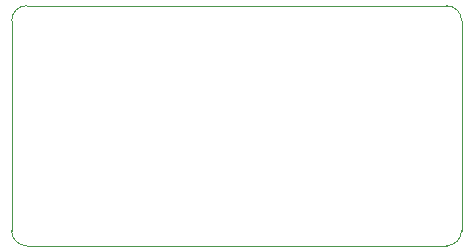
<source format=gbr>
G04 #@! TF.GenerationSoftware,KiCad,Pcbnew,(5.0.0)*
G04 #@! TF.CreationDate,2019-10-20T18:36:36-05:00*
G04 #@! TF.ProjectId,LaserDiode_Breakout_Hardware,4C6173657244696F64655F427265616B,rev?*
G04 #@! TF.SameCoordinates,Original*
G04 #@! TF.FileFunction,Profile,NP*
%FSLAX46Y46*%
G04 Gerber Fmt 4.6, Leading zero omitted, Abs format (unit mm)*
G04 Created by KiCad (PCBNEW (5.0.0)) date 10/20/19 18:36:36*
%MOMM*%
%LPD*%
G01*
G04 APERTURE LIST*
%ADD10C,0.050000*%
G04 APERTURE END LIST*
D10*
X-745490000Y101600000D02*
G75*
G02X-746760000Y102870000I0J1270000D01*
G01*
X-708660000Y102870000D02*
G75*
G02X-709930000Y101600000I-1270000J0D01*
G01*
X-709930000Y121920000D02*
G75*
G02X-708660000Y120650000I0J-1270000D01*
G01*
X-746760000Y120650000D02*
G75*
G02X-745490000Y121920000I1270000J0D01*
G01*
X-727710000Y101600000D02*
X-709930000Y101600000D01*
X-746760000Y102870000D02*
X-746760000Y120650000D01*
X-708660000Y120650000D02*
X-708660000Y102870000D01*
X-745490000Y101600000D02*
X-727710000Y101600000D01*
X-745490000Y121920000D02*
X-709930000Y121920000D01*
M02*

</source>
